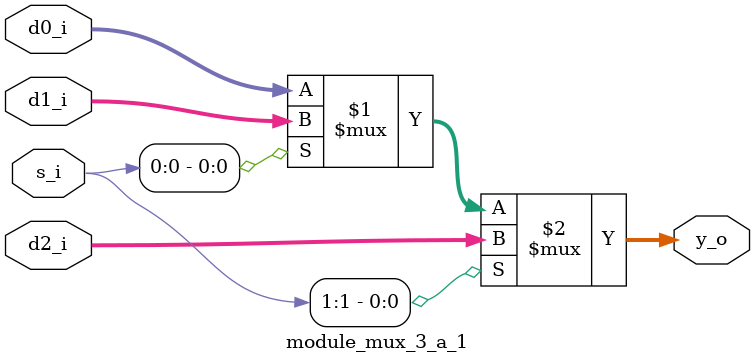
<source format=sv>
module module_mux_3_a_1 #(parameter WIDTH = 8)(
    
    input   logic       [1 : 0]                 s_i,
    input   logic       [WIDTH - 1 : 0]         d0_i,
    input   logic       [WIDTH - 1 : 0]         d1_i,
    input   logic       [WIDTH - 1 : 0]         d2_i,
    output  logic       [WIDTH - 1: 0]          y_o
    
    );
    
    assign y_o = s_i[1] ? d2_i : (s_i[0] ? d1_i : d0_i);
    
endmodule
</source>
